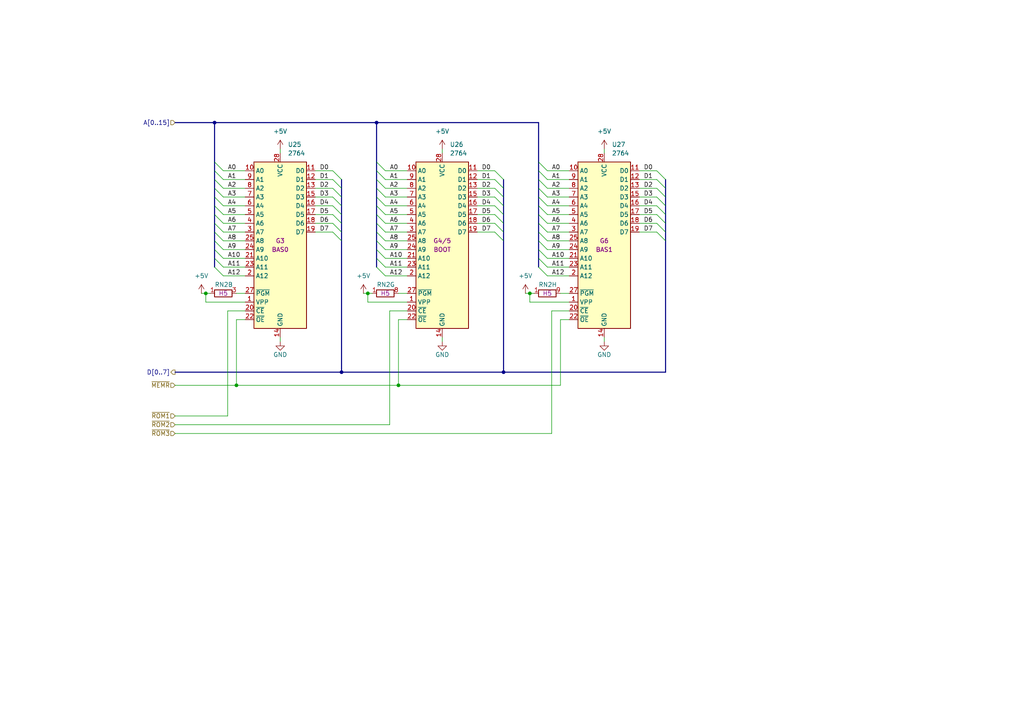
<source format=kicad_sch>
(kicad_sch (version 20250114) (generator "eeschema") (generator_version "9.0")
  (paper "A4")
  (title_block (title "Elwro 800 Junior Rev C - ROM memory") (company "Przemysław Węgrzyn <pwegrzyn@codepainters.com>"))
  (lib_symbols
    (symbol "Device:R_Network08_Split" (pin_names (offset 0) (hide yes))
      (property "Reference" "RN" (at 2.032 0 90))
      (property "Value" "R_Network08_Split" (at 0 0 90))
      (symbol "R_Network08_Split_0_1"
        (rectangle (start 1.016 2.54) (end -1.016 -2.54) (stroke (width 0.254)))
        (pin passive line (at 0 3.81 270) (length 1.27) (name "R1") (number "1"))
      )
      (symbol "R_Network08_Split_1_1"
        (pin passive line (at 0 -3.81 90) (length 1.27) (name "R1.2") (number "2"))
      )
      (symbol "R_Network08_Split_2_1"
        (pin passive line (at 0 -3.81 90) (length 1.27) (name "R2.2") (number "3"))
      )
      (symbol "R_Network08_Split_3_1"
        (pin passive line (at 0 -3.81 90) (length 1.27) (name "R3.2") (number "4"))
      )
      (symbol "R_Network08_Split_4_1"
        (pin passive line (at 0 -3.81 90) (length 1.27) (name "R4.2") (number "5"))
      )
      (symbol "R_Network08_Split_5_1"
        (pin passive line (at 0 -3.81 90) (length 1.27) (name "R5.2") (number "6"))
      )
      (symbol "R_Network08_Split_6_1"
        (pin passive line (at 0 -3.81 90) (length 1.27) (name "R6.2") (number "7"))
      )
      (symbol "R_Network08_Split_7_1"
        (pin passive line (at 0 -3.81 90) (length 1.27) (name "R7.2") (number "8"))
      )
      (symbol "R_Network08_Split_8_1"
        (pin passive line (at 0 -3.81 90) (length 1.27) (name "R8.2") (number "9"))
      )
    )
    (symbol "Memory_EPROM:2764"
      (property "Reference" "U" (at -7.62 24.13 0))
      (property "Value" "2764" (at 2.54 -26.67 0))
      (symbol "2764_1_1"
        (rectangle (start -7.62 22.86) (end 7.62 -25.4) (stroke (width 0.254)) (fill (type background)))
        (pin input line (at -10.16 20.32 0) (length 2.54) (name "A0") (number "10"))
        (pin input line (at -10.16 17.78 0) (length 2.54) (name "A1") (number "9"))
        (pin input line (at -10.16 15.24 0) (length 2.54) (name "A2") (number "8"))
        (pin input line (at -10.16 12.7 0) (length 2.54) (name "A3") (number "7"))
        (pin input line (at -10.16 10.16 0) (length 2.54) (name "A4") (number "6"))
        (pin input line (at -10.16 7.62 0) (length 2.54) (name "A5") (number "5"))
        (pin input line (at -10.16 5.08 0) (length 2.54) (name "A6") (number "4"))
        (pin input line (at -10.16 2.54 0) (length 2.54) (name "A7") (number "3"))
        (pin input line (at -10.16 0 0) (length 2.54) (name "A8") (number "25"))
        (pin input line (at -10.16 -2.54 0) (length 2.54) (name "A9") (number "24"))
        (pin input line (at -10.16 -5.08 0) (length 2.54) (name "A10") (number "21"))
        (pin input line (at -10.16 -7.62 0) (length 2.54) (name "A11") (number "23"))
        (pin input line (at -10.16 -10.16 0) (length 2.54) (name "A12") (number "2"))
        (pin input line (at -10.16 -15.24 0) (length 2.54) (name "~{PGM}") (number "27"))
        (pin input line (at -10.16 -17.78 0) (length 2.54) (name "VPP") (number "1"))
        (pin input line (at -10.16 -20.32 0) (length 2.54) (name "~{CE}") (number "20"))
        (pin input line (at -10.16 -22.86 0) (length 2.54) (name "~{OE}") (number "22"))
        (pin power_in line (at 0 25.4 270) (length 2.54) (name "VCC") (number "28"))
        (pin power_in line (at 0 -27.94 90) (length 2.54) (name "GND") (number "14"))
        (pin no_connect line (at 7.62 0 180) (length 2.54) (hide yes) (name "NC") (number "26"))
        (pin tri_state line (at 10.16 20.32 180) (length 2.54) (name "D0") (number "11"))
        (pin tri_state line (at 10.16 17.78 180) (length 2.54) (name "D1") (number "12"))
        (pin tri_state line (at 10.16 15.24 180) (length 2.54) (name "D2") (number "13"))
        (pin tri_state line (at 10.16 12.7 180) (length 2.54) (name "D3") (number "15"))
        (pin tri_state line (at 10.16 10.16 180) (length 2.54) (name "D4") (number "16"))
        (pin tri_state line (at 10.16 7.62 180) (length 2.54) (name "D5") (number "17"))
        (pin tri_state line (at 10.16 5.08 180) (length 2.54) (name "D6") (number "18"))
        (pin tri_state line (at 10.16 2.54 180) (length 2.54) (name "D7") (number "19"))
      )
    )
    (symbol "power:+5V" (power) (pin_numbers (hide yes)) (pin_names (offset 0) (hide yes))
      (property "Value" "+5V" (at 0 3.556 0))
      (symbol "+5V_0_1"
        (polyline (pts (xy -0.762 1.27) (xy 0 2.54)))
        (polyline (pts (xy 0 2.54) (xy 0.762 1.27)))
        (polyline (pts (xy 0 0) (xy 0 2.54)))
      )
      (symbol "+5V_1_1"
        (pin power_in line (at 0 0 90) (length 0) (name "~") (number "1"))
      )
    )
    (symbol "power:GND" (power) (pin_numbers (hide yes)) (pin_names (offset 0) (hide yes))
      (property "Value" "GND" (at 0 -3.81 0))
      (symbol "GND_0_1"
        (polyline (pts (xy 0 0) (xy 0 -1.27) (xy 1.27 -1.27) (xy 0 -2.54) (xy -1.27 -1.27) (xy 0 -1.27)))
      )
      (symbol "GND_1_1"
        (pin power_in line (at 0 0 270) (length 0) (name "~") (number "1"))
      )
    )
  )
  (junction (at 146.05 107.95))
  (junction (at 68.58 111.76))
  (junction (at 62.23 35.56))
  (junction (at 109.22 35.56))
  (junction (at 153.67 85.09))
  (junction (at 99.06 107.95))
  (junction (at 106.68 85.09))
  (junction (at 59.69 85.09))
  (junction (at 115.57 111.76))
  (bus_entry (at 62.23 57.15) (size 2.54 2.54))
  (bus_entry (at 96.52 57.15) (size 2.54 2.54))
  (bus_entry (at 156.21 54.61) (size 2.54 2.54))
  (bus_entry (at 62.23 46.99) (size 2.54 2.54))
  (bus_entry (at 62.23 52.07) (size 2.54 2.54))
  (bus_entry (at 62.23 54.61) (size 2.54 2.54))
  (bus_entry (at 156.21 74.93) (size 2.54 2.54))
  (bus_entry (at 109.22 77.47) (size 2.54 2.54))
  (bus_entry (at 62.23 64.77) (size 2.54 2.54))
  (bus_entry (at 62.23 67.31) (size 2.54 2.54))
  (bus_entry (at 143.51 64.77) (size 2.54 2.54))
  (bus_entry (at 96.52 64.77) (size 2.54 2.54))
  (bus_entry (at 143.51 57.15) (size 2.54 2.54))
  (bus_entry (at 62.23 62.23) (size 2.54 2.54))
  (bus_entry (at 109.22 74.93) (size 2.54 2.54))
  (bus_entry (at 156.21 46.99) (size 2.54 2.54))
  (bus_entry (at 109.22 57.15) (size 2.54 2.54))
  (bus_entry (at 96.52 67.31) (size 2.54 2.54))
  (bus_entry (at 62.23 74.93) (size 2.54 2.54))
  (bus_entry (at 156.21 62.23) (size 2.54 2.54))
  (bus_entry (at 96.52 59.69) (size 2.54 2.54))
  (bus_entry (at 62.23 49.53) (size 2.54 2.54))
  (bus_entry (at 143.51 49.53) (size 2.54 2.54))
  (bus_entry (at 190.5 64.77) (size 2.54 2.54))
  (bus_entry (at 190.5 49.53) (size 2.54 2.54))
  (bus_entry (at 190.5 57.15) (size 2.54 2.54))
  (bus_entry (at 96.52 49.53) (size 2.54 2.54))
  (bus_entry (at 190.5 67.31) (size 2.54 2.54))
  (bus_entry (at 156.21 64.77) (size 2.54 2.54))
  (bus_entry (at 143.51 67.31) (size 2.54 2.54))
  (bus_entry (at 109.22 69.85) (size 2.54 2.54))
  (bus_entry (at 190.5 54.61) (size 2.54 2.54))
  (bus_entry (at 156.21 57.15) (size 2.54 2.54))
  (bus_entry (at 109.22 64.77) (size 2.54 2.54))
  (bus_entry (at 143.51 62.23) (size 2.54 2.54))
  (bus_entry (at 156.21 69.85) (size 2.54 2.54))
  (bus_entry (at 109.22 72.39) (size 2.54 2.54))
  (bus_entry (at 143.51 52.07) (size 2.54 2.54))
  (bus_entry (at 109.22 67.31) (size 2.54 2.54))
  (bus_entry (at 109.22 54.61) (size 2.54 2.54))
  (bus_entry (at 109.22 49.53) (size 2.54 2.54))
  (bus_entry (at 96.52 62.23) (size 2.54 2.54))
  (bus_entry (at 143.51 59.69) (size 2.54 2.54))
  (bus_entry (at 190.5 52.07) (size 2.54 2.54))
  (bus_entry (at 96.52 52.07) (size 2.54 2.54))
  (bus_entry (at 62.23 77.47) (size 2.54 2.54))
  (bus_entry (at 156.21 59.69) (size 2.54 2.54))
  (bus_entry (at 156.21 49.53) (size 2.54 2.54))
  (bus_entry (at 62.23 72.39) (size 2.54 2.54))
  (bus_entry (at 96.52 54.61) (size 2.54 2.54))
  (bus_entry (at 156.21 52.07) (size 2.54 2.54))
  (bus_entry (at 62.23 69.85) (size 2.54 2.54))
  (bus_entry (at 109.22 62.23) (size 2.54 2.54))
  (bus_entry (at 62.23 59.69) (size 2.54 2.54))
  (bus_entry (at 190.5 62.23) (size 2.54 2.54))
  (bus_entry (at 109.22 59.69) (size 2.54 2.54))
  (bus_entry (at 143.51 54.61) (size 2.54 2.54))
  (bus_entry (at 156.21 77.47) (size 2.54 2.54))
  (bus_entry (at 190.5 59.69) (size 2.54 2.54))
  (bus_entry (at 156.21 67.31) (size 2.54 2.54))
  (bus_entry (at 156.21 72.39) (size 2.54 2.54))
  (bus_entry (at 109.22 46.99) (size 2.54 2.54))
  (bus_entry (at 109.22 52.07) (size 2.54 2.54))
  (bus (pts (xy 193.04 69.85) (xy 193.04 107.95)))
  (wire (pts (xy 158.75 52.07) (xy 165.1 52.07)))
  (wire (pts (xy 50.8 120.65) (xy 66.04 120.65)))
  (bus (pts (xy 109.22 64.77) (xy 109.22 62.23)))
  (wire (pts (xy 71.12 92.71) (xy 68.58 92.71)))
  (wire (pts (xy 111.76 64.77) (xy 118.11 64.77)))
  (bus (pts (xy 109.22 62.23) (xy 109.22 59.69)))
  (wire (pts (xy 185.42 59.69) (xy 190.5 59.69)))
  (bus (pts (xy 146.05 62.23) (xy 146.05 64.77)))
  (bus (pts (xy 156.21 64.77) (xy 156.21 67.31)))
  (bus (pts (xy 109.22 59.69) (xy 109.22 57.15)))
  (wire (pts (xy 91.44 54.61) (xy 96.52 54.61)))
  (bus (pts (xy 62.23 49.53) (xy 62.23 46.99)))
  (wire (pts (xy 64.77 52.07) (xy 71.12 52.07)))
  (bus (pts (xy 62.23 46.99) (xy 62.23 35.56)))
  (bus (pts (xy 156.21 72.39) (xy 156.21 74.93)))
  (wire (pts (xy 185.42 64.77) (xy 190.5 64.77)))
  (bus (pts (xy 156.21 54.61) (xy 156.21 57.15)))
  (wire (pts (xy 64.77 62.23) (xy 71.12 62.23)))
  (wire (pts (xy 138.43 52.07) (xy 143.51 52.07)))
  (wire (pts (xy 91.44 49.53) (xy 96.52 49.53)))
  (wire (pts (xy 160.02 90.17) (xy 160.02 125.73)))
  (wire (pts (xy 64.77 57.15) (xy 71.12 57.15)))
  (wire (pts (xy 106.68 87.63) (xy 106.68 85.09)))
  (bus (pts (xy 109.22 69.85) (xy 109.22 67.31)))
  (bus (pts (xy 193.04 64.77) (xy 193.04 67.31)))
  (wire (pts (xy 91.44 52.07) (xy 96.52 52.07)))
  (bus (pts (xy 109.22 74.93) (xy 109.22 72.39)))
  (wire (pts (xy 158.75 77.47) (xy 165.1 77.47)))
  (bus (pts (xy 99.06 64.77) (xy 99.06 67.31)))
  (wire (pts (xy 162.56 85.09) (xy 165.1 85.09)))
  (wire (pts (xy 64.77 69.85) (xy 71.12 69.85)))
  (wire (pts (xy 165.1 90.17) (xy 160.02 90.17)))
  (wire (pts (xy 111.76 62.23) (xy 118.11 62.23)))
  (bus (pts (xy 193.04 67.31) (xy 193.04 69.85)))
  (bus (pts (xy 62.23 67.31) (xy 62.23 64.77)))
  (bus (pts (xy 62.23 35.56) (xy 109.22 35.56)))
  (wire (pts (xy 158.75 49.53) (xy 165.1 49.53)))
  (wire (pts (xy 162.56 92.71) (xy 162.56 111.76)))
  (bus (pts (xy 146.05 52.07) (xy 146.05 54.61)))
  (wire (pts (xy 185.42 67.31) (xy 190.5 67.31)))
  (bus (pts (xy 50.8 107.95) (xy 99.06 107.95)))
  (bus (pts (xy 99.06 52.07) (xy 99.06 54.61)))
  (bus (pts (xy 99.06 67.31) (xy 99.06 69.85)))
  (wire (pts (xy 158.75 62.23) (xy 165.1 62.23)))
  (wire (pts (xy 64.77 59.69) (xy 71.12 59.69)))
  (bus (pts (xy 156.21 46.99) (xy 156.21 49.53)))
  (wire (pts (xy 128.27 43.18) (xy 128.27 44.45)))
  (wire (pts (xy 91.44 57.15) (xy 96.52 57.15)))
  (bus (pts (xy 156.21 52.07) (xy 156.21 54.61)))
  (wire (pts (xy 160.02 125.73) (xy 50.8 125.73)))
  (bus (pts (xy 109.22 54.61) (xy 109.22 52.07)))
  (bus (pts (xy 146.05 64.77) (xy 146.05 67.31)))
  (wire (pts (xy 138.43 62.23) (xy 143.51 62.23)))
  (bus (pts (xy 99.06 54.61) (xy 99.06 57.15)))
  (bus (pts (xy 99.06 59.69) (xy 99.06 62.23)))
  (wire (pts (xy 158.75 59.69) (xy 165.1 59.69)))
  (wire (pts (xy 81.28 43.18) (xy 81.28 44.45)))
  (wire (pts (xy 111.76 69.85) (xy 118.11 69.85)))
  (bus (pts (xy 62.23 59.69) (xy 62.23 57.15)))
  (bus (pts (xy 193.04 57.15) (xy 193.04 59.69)))
  (bus (pts (xy 50.8 35.56) (xy 62.23 35.56)))
  (wire (pts (xy 111.76 67.31) (xy 118.11 67.31)))
  (wire (pts (xy 111.76 80.01) (xy 118.11 80.01)))
  (wire (pts (xy 105.41 85.09) (xy 106.68 85.09)))
  (wire (pts (xy 106.68 85.09) (xy 107.95 85.09)))
  (bus (pts (xy 62.23 57.15) (xy 62.23 54.61)))
  (bus (pts (xy 109.22 57.15) (xy 109.22 54.61)))
  (wire (pts (xy 111.76 52.07) (xy 118.11 52.07)))
  (wire (pts (xy 111.76 59.69) (xy 118.11 59.69)))
  (wire (pts (xy 153.67 87.63) (xy 153.67 85.09)))
  (bus (pts (xy 193.04 107.95) (xy 146.05 107.95)))
  (bus (pts (xy 62.23 74.93) (xy 62.23 72.39)))
  (wire (pts (xy 64.77 54.61) (xy 71.12 54.61)))
  (bus (pts (xy 109.22 67.31) (xy 109.22 64.77)))
  (wire (pts (xy 185.42 49.53) (xy 190.5 49.53)))
  (bus (pts (xy 62.23 54.61) (xy 62.23 52.07)))
  (wire (pts (xy 158.75 54.61) (xy 165.1 54.61)))
  (bus (pts (xy 193.04 52.07) (xy 193.04 54.61)))
  (wire (pts (xy 111.76 49.53) (xy 118.11 49.53)))
  (wire (pts (xy 68.58 92.71) (xy 68.58 111.76)))
  (wire (pts (xy 68.58 85.09) (xy 71.12 85.09)))
  (bus (pts (xy 146.05 54.61) (xy 146.05 57.15)))
  (wire (pts (xy 175.26 43.18) (xy 175.26 44.45)))
  (wire (pts (xy 115.57 92.71) (xy 115.57 111.76)))
  (wire (pts (xy 68.58 111.76) (xy 115.57 111.76)))
  (bus (pts (xy 109.22 77.47) (xy 109.22 74.93)))
  (bus (pts (xy 99.06 62.23) (xy 99.06 64.77)))
  (wire (pts (xy 158.75 69.85) (xy 165.1 69.85)))
  (wire (pts (xy 138.43 49.53) (xy 143.51 49.53)))
  (wire (pts (xy 58.42 85.09) (xy 59.69 85.09)))
  (wire (pts (xy 64.77 80.01) (xy 71.12 80.01)))
  (bus (pts (xy 99.06 57.15) (xy 99.06 59.69)))
  (wire (pts (xy 113.03 90.17) (xy 113.03 123.19)))
  (bus (pts (xy 109.22 49.53) (xy 109.22 46.99)))
  (bus (pts (xy 156.21 62.23) (xy 156.21 64.77)))
  (wire (pts (xy 64.77 64.77) (xy 71.12 64.77)))
  (bus (pts (xy 109.22 46.99) (xy 109.22 35.56)))
  (wire (pts (xy 91.44 64.77) (xy 96.52 64.77)))
  (bus (pts (xy 193.04 54.61) (xy 193.04 57.15)))
  (wire (pts (xy 185.42 62.23) (xy 190.5 62.23)))
  (bus (pts (xy 62.23 77.47) (xy 62.23 74.93)))
  (bus (pts (xy 62.23 69.85) (xy 62.23 67.31)))
  (bus (pts (xy 146.05 67.31) (xy 146.05 69.85)))
  (wire (pts (xy 91.44 59.69) (xy 96.52 59.69)))
  (bus (pts (xy 156.21 59.69) (xy 156.21 62.23)))
  (bus (pts (xy 62.23 62.23) (xy 62.23 59.69)))
  (wire (pts (xy 185.42 54.61) (xy 190.5 54.61)))
  (wire (pts (xy 175.26 97.79) (xy 175.26 99.06)))
  (bus (pts (xy 156.21 69.85) (xy 156.21 72.39)))
  (wire (pts (xy 71.12 87.63) (xy 59.69 87.63)))
  (wire (pts (xy 91.44 67.31) (xy 96.52 67.31)))
  (bus (pts (xy 146.05 59.69) (xy 146.05 62.23)))
  (wire (pts (xy 158.75 64.77) (xy 165.1 64.77)))
  (wire (pts (xy 165.1 92.71) (xy 162.56 92.71)))
  (wire (pts (xy 59.69 87.63) (xy 59.69 85.09)))
  (wire (pts (xy 115.57 111.76) (xy 162.56 111.76)))
  (wire (pts (xy 115.57 85.09) (xy 118.11 85.09)))
  (wire (pts (xy 50.8 123.19) (xy 113.03 123.19)))
  (wire (pts (xy 64.77 67.31) (xy 71.12 67.31)))
  (wire (pts (xy 59.69 85.09) (xy 60.96 85.09)))
  (wire (pts (xy 185.42 52.07) (xy 190.5 52.07)))
  (bus (pts (xy 156.21 35.56) (xy 156.21 46.99)))
  (wire (pts (xy 153.67 85.09) (xy 154.94 85.09)))
  (wire (pts (xy 185.42 57.15) (xy 190.5 57.15)))
  (bus (pts (xy 109.22 35.56) (xy 156.21 35.56)))
  (wire (pts (xy 138.43 57.15) (xy 143.51 57.15)))
  (wire (pts (xy 165.1 87.63) (xy 153.67 87.63)))
  (wire (pts (xy 91.44 62.23) (xy 96.52 62.23)))
  (wire (pts (xy 111.76 77.47) (xy 118.11 77.47)))
  (wire (pts (xy 111.76 74.93) (xy 118.11 74.93)))
  (bus (pts (xy 62.23 64.77) (xy 62.23 62.23)))
  (bus (pts (xy 146.05 57.15) (xy 146.05 59.69)))
  (wire (pts (xy 64.77 49.53) (xy 71.12 49.53)))
  (wire (pts (xy 118.11 92.71) (xy 115.57 92.71)))
  (wire (pts (xy 111.76 54.61) (xy 118.11 54.61)))
  (bus (pts (xy 109.22 52.07) (xy 109.22 49.53)))
  (wire (pts (xy 138.43 67.31) (xy 143.51 67.31)))
  (wire (pts (xy 158.75 67.31) (xy 165.1 67.31)))
  (bus (pts (xy 146.05 69.85) (xy 146.05 107.95)))
  (wire (pts (xy 64.77 77.47) (xy 71.12 77.47)))
  (wire (pts (xy 81.28 97.79) (xy 81.28 99.06)))
  (bus (pts (xy 99.06 107.95) (xy 146.05 107.95)))
  (wire (pts (xy 118.11 90.17) (xy 113.03 90.17)))
  (bus (pts (xy 156.21 67.31) (xy 156.21 69.85)))
  (wire (pts (xy 64.77 72.39) (xy 71.12 72.39)))
  (wire (pts (xy 138.43 64.77) (xy 143.51 64.77)))
  (bus (pts (xy 156.21 74.93) (xy 156.21 77.47)))
  (bus (pts (xy 109.22 72.39) (xy 109.22 69.85)))
  (wire (pts (xy 118.11 87.63) (xy 106.68 87.63)))
  (bus (pts (xy 193.04 59.69) (xy 193.04 62.23)))
  (wire (pts (xy 66.04 90.17) (xy 66.04 120.65)))
  (wire (pts (xy 128.27 97.79) (xy 128.27 99.06)))
  (wire (pts (xy 138.43 54.61) (xy 143.51 54.61)))
  (bus (pts (xy 99.06 69.85) (xy 99.06 107.95)))
  (bus (pts (xy 62.23 72.39) (xy 62.23 69.85)))
  (wire (pts (xy 138.43 59.69) (xy 143.51 59.69)))
  (wire (pts (xy 158.75 74.93) (xy 165.1 74.93)))
  (wire (pts (xy 111.76 72.39) (xy 118.11 72.39)))
  (wire (pts (xy 152.4 85.09) (xy 153.67 85.09)))
  (bus (pts (xy 62.23 52.07) (xy 62.23 49.53)))
  (bus (pts (xy 156.21 49.53) (xy 156.21 52.07)))
  (wire (pts (xy 158.75 57.15) (xy 165.1 57.15)))
  (wire (pts (xy 111.76 57.15) (xy 118.11 57.15)))
  (wire (pts (xy 158.75 72.39) (xy 165.1 72.39)))
  (bus (pts (xy 193.04 62.23) (xy 193.04 64.77)))
  (wire (pts (xy 50.8 111.76) (xy 68.58 111.76)))
  (bus (pts (xy 156.21 57.15) (xy 156.21 59.69)))
  (wire (pts (xy 158.75 80.01) (xy 165.1 80.01)))
  (wire (pts (xy 71.12 90.17) (xy 66.04 90.17)))
  (wire (pts (xy 64.77 74.93) (xy 71.12 74.93)))
  (label "A2" (at 113.03 54.61 0))
  (label "A7" (at 66.04 67.31 0))
  (label "D0" (at 139.7 49.53 0))
  (label "A11" (at 160.02 77.47 0))
  (label "D1" (at 92.71 52.07 0))
  (label "A8" (at 160.02 69.85 0))
  (label "A2" (at 160.02 54.61 0))
  (label "D3" (at 186.69 57.15 0))
  (label "A4" (at 113.03 59.69 0))
  (label "A10" (at 113.03 74.93 0))
  (label "D2" (at 139.7 54.61 0))
  (label "A7" (at 160.02 67.31 0))
  (label "A12" (at 66.04 80.01 0))
  (label "D1" (at 139.7 52.07 0))
  (label "D1" (at 186.69 52.07 0))
  (label "A9" (at 113.03 72.39 0))
  (label "A11" (at 113.03 77.47 0))
  (label "A9" (at 160.02 72.39 0))
  (label "D4" (at 92.71 59.69 0))
  (label "A8" (at 66.04 69.85 0))
  (label "A1" (at 66.04 52.07 0))
  (label "D5" (at 92.71 62.23 0))
  (label "D2" (at 92.71 54.61 0))
  (label "A1" (at 160.02 52.07 0))
  (label "A4" (at 160.02 59.69 0))
  (label "D0" (at 92.71 49.53 0))
  (label "A4" (at 66.04 59.69 0))
  (label "A8" (at 113.03 69.85 0))
  (label "A2" (at 66.04 54.61 0))
  (label "A3" (at 113.03 57.15 0))
  (label "D6" (at 186.69 64.77 0))
  (label "D6" (at 92.71 64.77 0))
  (label "A5" (at 113.03 62.23 0))
  (label "A6" (at 113.03 64.77 0))
  (label "A10" (at 66.04 74.93 0))
  (label "A11" (at 66.04 77.47 0))
  (label "D4" (at 139.7 59.69 0))
  (label "D0" (at 186.69 49.53 0))
  (label "A3" (at 66.04 57.15 0))
  (label "D7" (at 139.7 67.31 0))
  (label "D3" (at 92.71 57.15 0))
  (label "A10" (at 160.02 74.93 0))
  (label "A1" (at 113.03 52.07 0))
  (label "A7" (at 113.03 67.31 0))
  (label "A5" (at 160.02 62.23 0))
  (label "D7" (at 186.69 67.31 0))
  (label "A9" (at 66.04 72.39 0))
  (label "D5" (at 139.7 62.23 0))
  (label "D2" (at 186.69 54.61 0))
  (label "D4" (at 186.69 59.69 0))
  (label "A6" (at 160.02 64.77 0))
  (label "A0" (at 113.03 49.53 0))
  (label "D3" (at 139.7 57.15 0))
  (label "A3" (at 160.02 57.15 0))
  (label "A12" (at 160.02 80.01 0))
  (label "D5" (at 186.69 62.23 0))
  (label "D6" (at 139.7 64.77 0))
  (label "A6" (at 66.04 64.77 0))
  (label "A0" (at 66.04 49.53 0))
  (label "D7" (at 92.71 67.31 0))
  (label "A12" (at 113.03 80.01 0))
  (label "A5" (at 66.04 62.23 0))
  (label "A0" (at 160.02 49.53 0))
  (hierarchical_label "D[0..7]" (shape output) (at 50.8 107.95 180))
  (hierarchical_label "~{ROM3}" (shape input) (at 50.8 125.73 180))
  (hierarchical_label "~{ROM2}" (shape input) (at 50.8 123.19 180))
  (hierarchical_label "A[0..15]" (shape input) (at 50.8 35.56 180))
  (hierarchical_label "~{ROM1}" (shape input) (at 50.8 120.65 180))
  (hierarchical_label "~{MEMR}" (shape input) (at 50.8 111.76 180))
  (symbol (lib_id "Device:R_Network08_Split") (at 158.75 85.09 90) (unit 8)
    (property "Reference" "RN2" (at 161.544 82.55 90) (effects (justify left)))
    (property "Value" "1k x 8" (effects (hide yes)))
    (property "Footprint" "e800j_custom:r_array_9" (effects (hide yes)))
    (property "Datasheet" "http://www.vishay.com/docs/31509/csc.pdf" (effects (hide yes)))
    (property "Description" "8 resistor network, star topology, bussed resistors, split" (effects (hide yes)))
    (property "OrigRef" "H5" (at 158.75 85.09 90))
  )
  (symbol (lib_id "power:+5V") (at 81.28 43.18 0) (unit 1)
    (property "Reference" "#PWR059" (effects (hide yes)))
    (property "Value" "+5V" (at 81.28 38.1 0))
    (property "Description" "Power symbol creates a global label with name \"+5V\"" (effects (hide yes)))
  )
  (symbol (lib_id "power:+5V") (at 58.42 85.09 0) (unit 1)
    (property "Reference" "#PWR065" (effects (hide yes)))
    (property "Value" "+5V" (at 58.42 80.01 0))
    (property "Description" "Power symbol creates a global label with name \"+5V\"" (effects (hide yes)))
  )
  (symbol (lib_id "power:+5V") (at 152.4 85.09 0) (unit 1)
    (property "Reference" "#PWR061" (effects (hide yes)))
    (property "Value" "+5V" (at 152.4 80.01 0))
    (property "Description" "Power symbol creates a global label with name \"+5V\"" (effects (hide yes)))
  )
  (symbol (lib_id "power:+5V") (at 105.41 85.09 0) (unit 1)
    (property "Reference" "#PWR062" (effects (hide yes)))
    (property "Value" "+5V" (at 105.41 80.01 0))
    (property "Description" "Power symbol creates a global label with name \"+5V\"" (effects (hide yes)))
  )
  (symbol (lib_id "Memory_EPROM:2764") (at 81.28 69.85 0) (unit 1)
    (property "Reference" "U25" (at 83.4741 41.91 0) (effects (justify left)))
    (property "Value" "2764" (at 83.4741 44.45 0) (effects (justify left)))
    (property "Footprint" "e800j_custom:DIP28_600" (effects (hide yes)))
    (property "Datasheet" "https://downloads.reactivemicro.com/Electronics/ROM/2764%20EPROM.pdf" (effects (hide yes)))
    (property "Description" "EPROM 64 KiBit, [Obsolete 2000-11]" (effects (hide yes)))
    (property "OrigRef" "G3" (at 81.28 69.85 0))
    (property "Label" "BAS0" (at 81.28 72.39 0))
  )
  (symbol (lib_id "Device:R_Network08_Split") (at 64.77 85.09 90) (unit 2)
    (property "Reference" "RN2" (at 67.564 82.55 90) (effects (justify left)))
    (property "Value" "1k x 8" (effects (hide yes)))
    (property "Footprint" "e800j_custom:r_array_9" (effects (hide yes)))
    (property "Datasheet" "http://www.vishay.com/docs/31509/csc.pdf" (effects (hide yes)))
    (property "Description" "8 resistor network, star topology, bussed resistors, split" (effects (hide yes)))
    (property "OrigRef" "H5" (at 64.77 85.09 90))
  )
  (symbol (lib_id "power:GND") (at 128.27 99.06 0) (unit 1)
    (property "Reference" "#PWR064" (effects (hide yes)))
    (property "Value" "GND" (at 128.27 102.87 0))
    (property "Description" "Power symbol creates a global label with name \"GND\" , ground" (effects (hide yes)))
  )
  (symbol (lib_id "Device:R_Network08_Split") (at 111.76 85.09 90) (unit 7)
    (property "Reference" "RN2" (at 114.554 82.55 90) (effects (justify left)))
    (property "Value" "1k x 8" (effects (hide yes)))
    (property "Footprint" "e800j_custom:r_array_9" (effects (hide yes)))
    (property "Datasheet" "http://www.vishay.com/docs/31509/csc.pdf" (effects (hide yes)))
    (property "Description" "8 resistor network, star topology, bussed resistors, split" (effects (hide yes)))
    (property "OrigRef" "H5" (at 111.76 85.09 90))
  )
  (symbol (lib_id "power:GND") (at 175.26 99.06 0) (unit 1)
    (property "Reference" "#PWR067" (effects (hide yes)))
    (property "Value" "GND" (at 175.26 102.87 0))
    (property "Description" "Power symbol creates a global label with name \"GND\" , ground" (effects (hide yes)))
  )
  (symbol (lib_id "power:+5V") (at 128.27 43.18 0) (unit 1)
    (property "Reference" "#PWR063" (effects (hide yes)))
    (property "Value" "+5V" (at 128.27 38.1 0))
    (property "Description" "Power symbol creates a global label with name \"+5V\"" (effects (hide yes)))
  )
  (symbol (lib_id "Memory_EPROM:2764") (at 175.26 69.85 0) (unit 1)
    (property "Reference" "U27" (at 177.4541 41.91 0) (effects (justify left)))
    (property "Value" "2764" (at 177.4541 44.45 0) (effects (justify left)))
    (property "Footprint" "e800j_custom:DIP28_600" (effects (hide yes)))
    (property "Datasheet" "https://downloads.reactivemicro.com/Electronics/ROM/2764%20EPROM.pdf" (effects (hide yes)))
    (property "Description" "EPROM 64 KiBit, [Obsolete 2000-11]" (effects (hide yes)))
    (property "OrigRef" "G6" (at 175.26 69.85 0))
    (property "Label" "BAS1" (at 175.26 72.39 0))
  )
  (symbol (lib_id "power:+5V") (at 175.26 43.18 0) (unit 1)
    (property "Reference" "#PWR066" (effects (hide yes)))
    (property "Value" "+5V" (at 175.26 38.1 0))
    (property "Description" "Power symbol creates a global label with name \"+5V\"" (effects (hide yes)))
  )
  (symbol (lib_id "power:GND") (at 81.28 99.06 0) (unit 1)
    (property "Reference" "#PWR060" (effects (hide yes)))
    (property "Value" "GND" (at 81.28 102.87 0))
    (property "Description" "Power symbol creates a global label with name \"GND\" , ground" (effects (hide yes)))
  )
  (symbol (lib_id "Memory_EPROM:2764") (at 128.27 69.85 0) (unit 1)
    (property "Reference" "U26" (at 130.4641 41.91 0) (effects (justify left)))
    (property "Value" "2764" (at 130.4641 44.45 0) (effects (justify left)))
    (property "Footprint" "e800j_custom:DIP28_600" (effects (hide yes)))
    (property "Datasheet" "https://downloads.reactivemicro.com/Electronics/ROM/2764%20EPROM.pdf" (effects (hide yes)))
    (property "Description" "EPROM 64 KiBit, [Obsolete 2000-11]" (effects (hide yes)))
    (property "OrigRef" "G4/5" (at 128.27 69.85 0))
    (property "Label" "BOOT" (at 128.27 72.39 0))
  )
)
</source>
